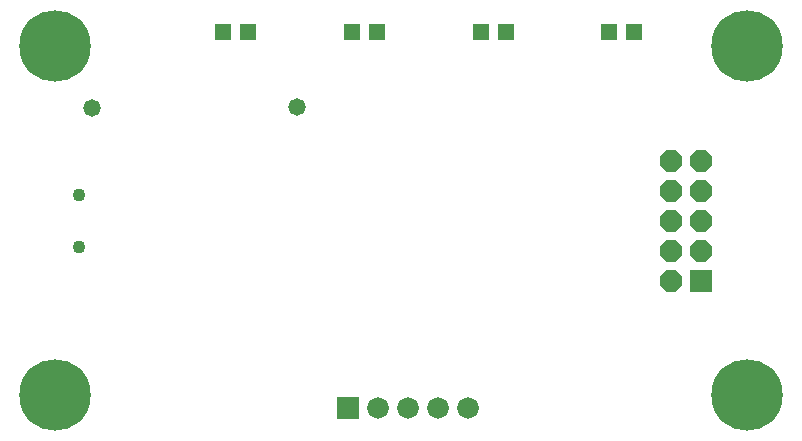
<source format=gbs>
G75*
G70*
%OFA0B0*%
%FSLAX24Y24*%
%IPPOS*%
%LPD*%
%AMOC8*
5,1,8,0,0,1.08239X$1,22.5*
%
%ADD10R,0.0552X0.0552*%
%ADD11C,0.2380*%
%ADD12C,0.0434*%
%ADD13R,0.0720X0.0720*%
%ADD14OC8,0.0720*%
%ADD15C,0.0720*%
%ADD16C,0.0580*%
D10*
X008313Y018996D03*
X009140Y018996D03*
X012613Y018996D03*
X013440Y018996D03*
X016913Y018996D03*
X017740Y018996D03*
X021163Y018996D03*
X021990Y018996D03*
D11*
X002691Y006896D03*
X002691Y018511D03*
X025762Y018511D03*
X025762Y006896D03*
D12*
X003501Y011837D03*
X003501Y013570D03*
D13*
X012476Y006446D03*
X024226Y010703D03*
D14*
X023226Y010703D03*
X023226Y011703D03*
X024226Y011703D03*
X024226Y012703D03*
X023226Y012703D03*
X023226Y013703D03*
X024226Y013703D03*
X024226Y014703D03*
X023226Y014703D03*
D15*
X016476Y006446D03*
X015476Y006446D03*
X014476Y006446D03*
X013476Y006446D03*
D16*
X010776Y016496D03*
X003926Y016446D03*
M02*

</source>
